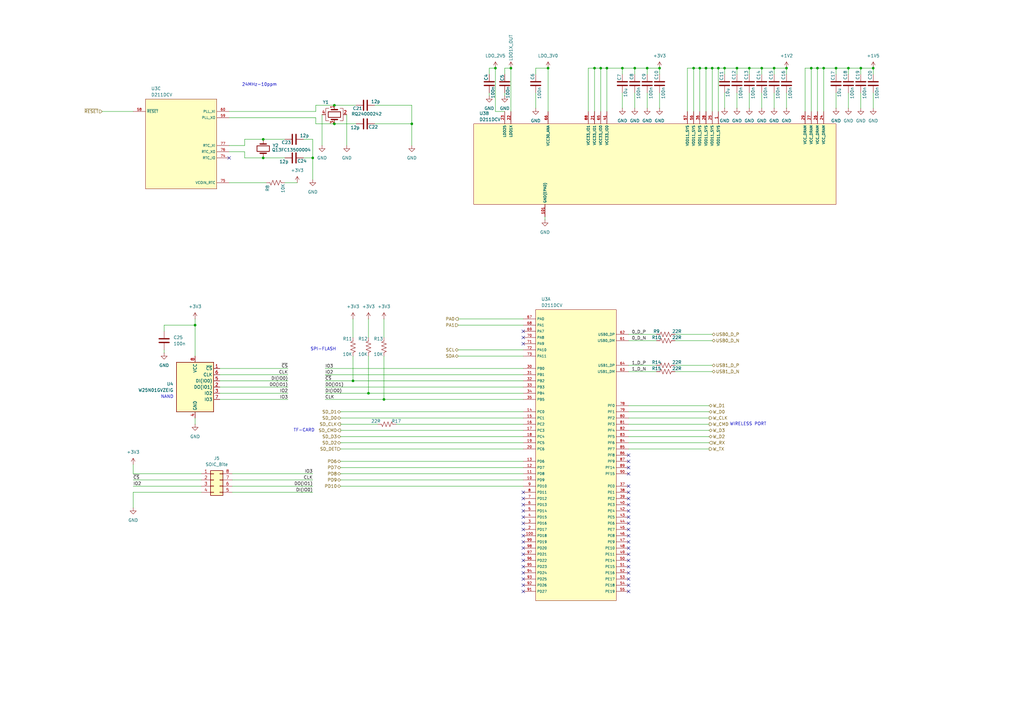
<source format=kicad_sch>
(kicad_sch (version 20231120) (generator "eeschema") (generator_version "8.0")
  (paper "A3")
  (title_block (title "Emergency Linux Computer") (date "2024-11-21") (rev "B"))
  (junction (at 297.18 27.94))
  (junction (at 265.43 27.94))
  (junction (at 248.92 27.94))
  (junction (at 353.06 27.94))
  (junction (at 335.28 27.94))
  (junction (at 246.38 27.94))
  (junction (at 358.14 27.94))
  (junction (at 287.02 27.94))
  (junction (at 294.64 27.94))
  (junction (at 144.78 156.21))
  (junction (at 151.13 161.29))
  (junction (at 312.42 27.94))
  (junction (at 107.95 57.15))
  (junction (at 347.98 27.94))
  (junction (at 260.35 27.94))
  (junction (at 203.2 27.94))
  (junction (at 292.1 27.94))
  (junction (at 137.16 43.18))
  (junction (at 289.56 27.94))
  (junction (at 322.58 27.94))
  (junction (at 107.95 64.77))
  (junction (at 332.74 27.94))
  (junction (at 243.84 27.94))
  (junction (at 168.91 50.8))
  (junction (at 209.55 27.94))
  (junction (at 157.48 163.83))
  (junction (at 302.26 27.94))
  (junction (at 255.27 27.94))
  (junction (at 307.34 27.94))
  (junction (at 80.01 133.35))
  (junction (at 128.27 64.77))
  (junction (at 317.5 27.94))
  (junction (at 224.79 27.94))
  (junction (at 137.16 50.8))
  (junction (at 270.51 27.94))
  (junction (at 284.48 27.94))
  (junction (at 342.9 27.94))
  (junction (at 337.82 27.94))
  (no_connect (at 214.63 204.47))
  (no_connect (at 257.81 224.79))
  (no_connect (at 214.63 214.63))
  (no_connect (at 257.81 232.41))
  (no_connect (at 257.81 212.09))
  (no_connect (at 214.63 140.97))
  (no_connect (at 214.63 209.55))
  (no_connect (at 214.63 227.33))
  (no_connect (at 257.81 199.39))
  (no_connect (at 257.81 209.55))
  (no_connect (at 214.63 207.01))
  (no_connect (at 257.81 207.01))
  (no_connect (at 257.81 204.47))
  (no_connect (at 214.63 138.43))
  (no_connect (at 257.81 186.69))
  (no_connect (at 214.63 201.93))
  (no_connect (at 257.81 191.77))
  (no_connect (at 257.81 227.33))
  (no_connect (at 214.63 237.49))
  (no_connect (at 257.81 237.49))
  (no_connect (at 257.81 214.63))
  (no_connect (at 257.81 219.71))
  (no_connect (at 257.81 234.95))
  (no_connect (at 214.63 217.17))
  (no_connect (at 93.98 64.77))
  (no_connect (at 257.81 229.87))
  (no_connect (at 214.63 222.25))
  (no_connect (at 214.63 212.09))
  (no_connect (at 214.63 242.57))
  (no_connect (at 257.81 242.57))
  (no_connect (at 214.63 135.89))
  (no_connect (at 257.81 217.17))
  (no_connect (at 257.81 201.93))
  (no_connect (at 214.63 219.71))
  (no_connect (at 214.63 224.79))
  (no_connect (at 214.63 240.03))
  (no_connect (at 257.81 189.23))
  (no_connect (at 257.81 222.25))
  (no_connect (at 214.63 232.41))
  (no_connect (at 214.63 229.87))
  (no_connect (at 214.63 234.95))
  (no_connect (at 257.81 240.03))
  (no_connect (at 257.81 194.31))
  (wire (pts (xy 330.2 45.72) (xy 330.2 27.94)))
  (wire (pts (xy 144.78 146.05) (xy 144.78 156.21)))
  (wire (pts (xy 80.01 133.35) (xy 80.01 146.05)))
  (wire (pts (xy 203.2 27.94) (xy 203.2 45.72)))
  (wire (pts (xy 107.95 64.77) (xy 116.84 64.77)))
  (wire (pts (xy 95.25 194.31) (xy 128.27 194.31)))
  (wire (pts (xy 307.34 27.94) (xy 302.26 27.94)))
  (wire (pts (xy 287.02 45.72) (xy 287.02 27.94)))
  (wire (pts (xy 358.14 38.1) (xy 358.14 44.45)))
  (wire (pts (xy 289.56 45.72) (xy 289.56 27.94)))
  (wire (pts (xy 139.7 171.45) (xy 214.63 171.45)))
  (wire (pts (xy 168.91 50.8) (xy 168.91 59.69)))
  (wire (pts (xy 241.3 45.72) (xy 241.3 27.94)))
  (wire (pts (xy 95.25 199.39) (xy 128.27 199.39)))
  (wire (pts (xy 95.25 201.93) (xy 128.27 201.93)))
  (wire (pts (xy 200.66 27.94) (xy 200.66 30.48)))
  (wire (pts (xy 260.35 38.1) (xy 260.35 44.45)))
  (wire (pts (xy 54.61 190.5) (xy 54.61 194.31)))
  (wire (pts (xy 151.13 161.29) (xy 214.63 161.29)))
  (wire (pts (xy 322.58 27.94) (xy 317.5 27.94)))
  (wire (pts (xy 54.61 196.85) (xy 82.55 196.85)))
  (wire (pts (xy 80.01 130.81) (xy 80.01 133.35)))
  (wire (pts (xy 90.17 156.21) (xy 118.11 156.21)))
  (wire (pts (xy 290.83 168.91) (xy 257.81 168.91)))
  (wire (pts (xy 358.14 27.94) (xy 353.06 27.94)))
  (wire (pts (xy 82.55 201.93) (xy 54.61 201.93)))
  (wire (pts (xy 139.7 181.61) (xy 214.63 181.61)))
  (wire (pts (xy 265.43 30.48) (xy 265.43 27.94)))
  (wire (pts (xy 246.38 27.94) (xy 246.38 45.72)))
  (wire (pts (xy 223.52 90.17) (xy 223.52 88.9)))
  (wire (pts (xy 93.98 74.93) (xy 109.22 74.93)))
  (wire (pts (xy 342.9 30.48) (xy 342.9 27.94)))
  (wire (pts (xy 139.7 194.31) (xy 214.63 194.31)))
  (wire (pts (xy 90.17 158.75) (xy 118.11 158.75)))
  (wire (pts (xy 260.35 30.48) (xy 260.35 27.94)))
  (wire (pts (xy 270.51 38.1) (xy 270.51 44.45)))
  (wire (pts (xy 100.33 62.23) (xy 100.33 64.77)))
  (wire (pts (xy 90.17 153.67) (xy 118.11 153.67)))
  (wire (pts (xy 302.26 30.48) (xy 302.26 27.94)))
  (wire (pts (xy 133.35 153.67) (xy 214.63 153.67)))
  (wire (pts (xy 302.26 27.94) (xy 297.18 27.94)))
  (wire (pts (xy 353.06 27.94) (xy 347.98 27.94)))
  (wire (pts (xy 335.28 45.72) (xy 335.28 27.94)))
  (wire (pts (xy 302.26 38.1) (xy 302.26 44.45)))
  (wire (pts (xy 337.82 27.94) (xy 342.9 27.94)))
  (wire (pts (xy 284.48 45.72) (xy 284.48 27.94)))
  (wire (pts (xy 292.1 27.94) (xy 294.64 27.94)))
  (wire (pts (xy 257.81 171.45) (xy 290.83 171.45)))
  (wire (pts (xy 219.71 27.94) (xy 219.71 30.48)))
  (wire (pts (xy 203.2 27.94) (xy 200.66 27.94)))
  (wire (pts (xy 133.35 158.75) (xy 214.63 158.75)))
  (wire (pts (xy 54.61 199.39) (xy 82.55 199.39)))
  (wire (pts (xy 265.43 38.1) (xy 265.43 44.45)))
  (wire (pts (xy 292.1 137.16) (xy 276.86 137.16)))
  (wire (pts (xy 67.31 135.89) (xy 67.31 133.35)))
  (wire (pts (xy 337.82 45.72) (xy 337.82 27.94)))
  (wire (pts (xy 294.64 27.94) (xy 294.64 45.72)))
  (wire (pts (xy 307.34 38.1) (xy 307.34 44.45)))
  (wire (pts (xy 317.5 38.1) (xy 317.5 44.45)))
  (wire (pts (xy 269.24 137.16) (xy 257.81 137.16)))
  (wire (pts (xy 100.33 57.15) (xy 107.95 57.15)))
  (wire (pts (xy 139.7 199.39) (xy 214.63 199.39)))
  (wire (pts (xy 157.48 130.81) (xy 157.48 138.43)))
  (wire (pts (xy 290.83 166.37) (xy 257.81 166.37)))
  (wire (pts (xy 358.14 30.48) (xy 358.14 27.94)))
  (wire (pts (xy 322.58 38.1) (xy 322.58 44.45)))
  (wire (pts (xy 93.98 48.26) (xy 129.54 48.26)))
  (wire (pts (xy 93.98 62.23) (xy 100.33 62.23)))
  (wire (pts (xy 347.98 30.48) (xy 347.98 27.94)))
  (wire (pts (xy 330.2 27.94) (xy 332.74 27.94)))
  (wire (pts (xy 200.66 38.1) (xy 200.66 39.37)))
  (wire (pts (xy 100.33 64.77) (xy 107.95 64.77)))
  (wire (pts (xy 270.51 30.48) (xy 270.51 27.94)))
  (wire (pts (xy 187.96 143.51) (xy 214.63 143.51)))
  (wire (pts (xy 67.31 143.51) (xy 67.31 144.78)))
  (wire (pts (xy 128.27 64.77) (xy 128.27 73.66)))
  (wire (pts (xy 116.84 74.93) (xy 121.92 74.93)))
  (wire (pts (xy 133.35 151.13) (xy 214.63 151.13)))
  (wire (pts (xy 162.56 173.99) (xy 214.63 173.99)))
  (wire (pts (xy 292.1 149.86) (xy 276.86 149.86)))
  (wire (pts (xy 335.28 27.94) (xy 337.82 27.94)))
  (wire (pts (xy 95.25 196.85) (xy 128.27 196.85)))
  (wire (pts (xy 129.54 45.72) (xy 129.54 43.18)))
  (wire (pts (xy 139.7 189.23) (xy 214.63 189.23)))
  (wire (pts (xy 129.54 48.26) (xy 129.54 50.8)))
  (wire (pts (xy 93.98 59.69) (xy 100.33 59.69)))
  (wire (pts (xy 137.16 43.18) (xy 146.05 43.18)))
  (wire (pts (xy 153.67 50.8) (xy 168.91 50.8)))
  (wire (pts (xy 224.79 27.94) (xy 224.79 45.72)))
  (wire (pts (xy 255.27 38.1) (xy 255.27 44.45)))
  (wire (pts (xy 353.06 38.1) (xy 353.06 44.45)))
  (wire (pts (xy 139.7 184.15) (xy 214.63 184.15)))
  (wire (pts (xy 290.83 181.61) (xy 257.81 181.61)))
  (wire (pts (xy 203.2 45.72) (xy 207.01 45.72)))
  (wire (pts (xy 248.92 27.94) (xy 248.92 45.72)))
  (wire (pts (xy 144.78 156.21) (xy 214.63 156.21)))
  (wire (pts (xy 100.33 59.69) (xy 100.33 57.15)))
  (wire (pts (xy 67.31 133.35) (xy 80.01 133.35)))
  (wire (pts (xy 290.83 184.15) (xy 257.81 184.15)))
  (wire (pts (xy 269.24 139.7) (xy 257.81 139.7)))
  (wire (pts (xy 312.42 27.94) (xy 307.34 27.94)))
  (wire (pts (xy 269.24 149.86) (xy 257.81 149.86)))
  (wire (pts (xy 243.84 27.94) (xy 246.38 27.94)))
  (wire (pts (xy 207.01 27.94) (xy 207.01 30.48)))
  (wire (pts (xy 241.3 27.94) (xy 243.84 27.94)))
  (wire (pts (xy 265.43 27.94) (xy 260.35 27.94)))
  (wire (pts (xy 342.9 38.1) (xy 342.9 44.45)))
  (wire (pts (xy 139.7 191.77) (xy 214.63 191.77)))
  (wire (pts (xy 353.06 30.48) (xy 353.06 27.94)))
  (wire (pts (xy 151.13 146.05) (xy 151.13 161.29)))
  (wire (pts (xy 224.79 27.94) (xy 219.71 27.94)))
  (wire (pts (xy 128.27 57.15) (xy 128.27 64.77)))
  (wire (pts (xy 307.34 30.48) (xy 307.34 27.94)))
  (wire (pts (xy 153.67 43.18) (xy 168.91 43.18)))
  (wire (pts (xy 139.7 196.85) (xy 214.63 196.85)))
  (wire (pts (xy 137.16 50.8) (xy 146.05 50.8)))
  (wire (pts (xy 132.08 46.99) (xy 132.08 59.69)))
  (wire (pts (xy 209.55 27.94) (xy 207.01 27.94)))
  (wire (pts (xy 139.7 176.53) (xy 214.63 176.53)))
  (wire (pts (xy 209.55 27.94) (xy 209.55 45.72)))
  (wire (pts (xy 260.35 27.94) (xy 255.27 27.94)))
  (wire (pts (xy 90.17 151.13) (xy 118.11 151.13)))
  (wire (pts (xy 133.35 161.29) (xy 151.13 161.29)))
  (wire (pts (xy 322.58 30.48) (xy 322.58 27.94)))
  (wire (pts (xy 41.91 45.72) (xy 54.61 45.72)))
  (wire (pts (xy 347.98 38.1) (xy 347.98 44.45)))
  (wire (pts (xy 187.96 146.05) (xy 214.63 146.05)))
  (wire (pts (xy 246.38 27.94) (xy 248.92 27.94)))
  (wire (pts (xy 129.54 43.18) (xy 137.16 43.18)))
  (wire (pts (xy 187.96 130.81) (xy 214.63 130.81)))
  (wire (pts (xy 168.91 43.18) (xy 168.91 50.8)))
  (wire (pts (xy 297.18 38.1) (xy 297.18 44.45)))
  (wire (pts (xy 157.48 163.83) (xy 214.63 163.83)))
  (wire (pts (xy 312.42 38.1) (xy 312.42 44.45)))
  (wire (pts (xy 297.18 30.48) (xy 297.18 27.94)))
  (wire (pts (xy 292.1 139.7) (xy 276.86 139.7)))
  (wire (pts (xy 139.7 168.91) (xy 214.63 168.91)))
  (wire (pts (xy 129.54 50.8) (xy 137.16 50.8)))
  (wire (pts (xy 151.13 130.81) (xy 151.13 138.43)))
  (wire (pts (xy 93.98 45.72) (xy 129.54 45.72)))
  (wire (pts (xy 124.46 57.15) (xy 128.27 57.15)))
  (wire (pts (xy 284.48 27.94) (xy 287.02 27.94)))
  (wire (pts (xy 289.56 27.94) (xy 292.1 27.94)))
  (wire (pts (xy 290.83 179.07) (xy 257.81 179.07)))
  (wire (pts (xy 124.46 64.77) (xy 128.27 64.77)))
  (wire (pts (xy 80.01 171.45) (xy 80.01 173.99)))
  (wire (pts (xy 142.24 46.99) (xy 142.24 59.69)))
  (wire (pts (xy 219.71 38.1) (xy 219.71 44.45)))
  (wire (pts (xy 133.35 163.83) (xy 157.48 163.83)))
  (wire (pts (xy 139.7 173.99) (xy 154.94 173.99)))
  (wire (pts (xy 312.42 27.94) (xy 317.5 27.94)))
  (wire (pts (xy 133.35 156.21) (xy 144.78 156.21)))
  (wire (pts (xy 207.01 38.1) (xy 207.01 39.37)))
  (wire (pts (xy 54.61 194.31) (xy 82.55 194.31)))
  (wire (pts (xy 281.94 27.94) (xy 284.48 27.94)))
  (wire (pts (xy 290.83 173.99) (xy 257.81 173.99)))
  (wire (pts (xy 144.78 130.81) (xy 144.78 138.43)))
  (wire (pts (xy 312.42 30.48) (xy 312.42 27.94)))
  (wire (pts (xy 281.94 45.72) (xy 281.94 27.94)))
  (wire (pts (xy 332.74 27.94) (xy 335.28 27.94)))
  (wire (pts (xy 287.02 27.94) (xy 289.56 27.94)))
  (wire (pts (xy 269.24 152.4) (xy 257.81 152.4)))
  (wire (pts (xy 90.17 163.83) (xy 118.11 163.83)))
  (wire (pts (xy 332.74 45.72) (xy 332.74 27.94)))
  (wire (pts (xy 347.98 27.94) (xy 342.9 27.94)))
  (wire (pts (xy 243.84 45.72) (xy 243.84 27.94)))
  (wire (pts (xy 290.83 176.53) (xy 257.81 176.53)))
  (wire (pts (xy 255.27 30.48) (xy 255.27 27.94)))
  (wire (pts (xy 107.95 57.15) (xy 116.84 57.15)))
  (wire (pts (xy 139.7 179.07) (xy 214.63 179.07)))
  (wire (pts (xy 317.5 30.48) (xy 317.5 27.94)))
  (wire (pts (xy 157.48 146.05) (xy 157.48 163.83)))
  (wire (pts (xy 54.61 201.93) (xy 54.61 208.28)))
  (wire (pts (xy 294.64 27.94) (xy 297.18 27.94)))
  (wire (pts (xy 255.27 27.94) (xy 248.92 27.94)))
  (wire (pts (xy 292.1 45.72) (xy 292.1 27.94)))
  (wire (pts (xy 270.51 27.94) (xy 265.43 27.94)))
  (wire (pts (xy 90.17 161.29) (xy 118.11 161.29)))
  (wire (pts (xy 187.96 133.35) (xy 214.63 133.35)))
  (wire (pts (xy 292.1 152.4) (xy 276.86 152.4)))
  (text "24MHz-10ppm\n" (at 106.426 34.798 0) (effects (font (size 1.27 1.27))))
  (text "SPI-FLASH" (at 132.588 143.256 0) (effects (font (size 1.27 1.27))))
  (text "WIRELESS PORT" (at 306.832 173.99 0) (effects (font (size 1.27 1.27))))
  (text "NAND" (at 68.58 162.814 0) (effects (font (size 1.27 1.27))))
  (text "TF-CARD" (at 124.714 176.53 0) (effects (font (size 1.27 1.27))))
  (label "CLK" (at 118.11 153.67 180))
  (label "~{CS}" (at 118.11 151.13 180))
  (label "IO3" (at 128.27 194.31 180))
  (label "DI(IO0)" (at 133.35 161.29 0))
  (label "DI(IO0)" (at 128.27 201.93 180))
  (label "IO2" (at 133.35 153.67 0))
  (label "0_D_P" (at 259.08 137.16 0))
  (label "DO(IO1)" (at 128.27 199.39 180))
  (label "~{CS}" (at 54.61 196.85 0))
  (label "DI(IO0)" (at 118.11 156.21 180))
  (label "CLK" (at 133.35 163.83 0))
  (label "1_D_P" (at 259.08 149.86 0))
  (label "DO(IO1)" (at 133.35 158.75 0))
  (label "IO2" (at 54.61 199.39 0))
  (label "DO(IO1)" (at 118.11 158.75 180))
  (label "0_D_N" (at 259.08 139.7 0))
  (label "CLK" (at 128.27 196.85 180))
  (label "1_D_N" (at 259.08 152.4 0))
  (label "~{CS}" (at 133.35 156.21 0))
  (label "IO3" (at 133.35 151.13 0))
  (label "IO3" (at 118.11 163.83 180))
  (label "IO2" (at 118.11 161.29 180))
  (hierarchical_label "SD_CMD" (shape output) (at 139.7 176.53 180))
  (hierarchical_label "SCL" (shape bidirectional) (at 187.96 143.51 180))
  (hierarchical_label "W_D0" (shape bidirectional) (at 290.83 168.91 0))
  (hierarchical_label "W_D2" (shape bidirectional) (at 290.83 179.07 0))
  (hierarchical_label "W_RX" (shape input) (at 290.83 181.61 0))
  (hierarchical_label "USB1_D_N" (shape bidirectional) (at 292.1 152.4 0))
  (hierarchical_label "PD7" (shape bidirectional) (at 139.7 191.77 180))
  (hierarchical_label "USB1_D_P" (shape bidirectional) (at 292.1 149.86 0))
  (hierarchical_label "PD9" (shape bidirectional) (at 139.7 196.85 180))
  (hierarchical_label "PA1" (shape input) (at 187.96 133.35 180))
  (hierarchical_label "PA0" (shape output) (at 187.96 130.81 180))
  (hierarchical_label "USB0_D_P" (shape bidirectional) (at 292.1 137.16 0))
  (hierarchical_label "W_D3" (shape bidirectional) (at 290.83 176.53 0))
  (hierarchical_label "SDA" (shape bidirectional) (at 187.96 146.05 180))
  (hierarchical_label "PD8" (shape bidirectional) (at 139.7 194.31 180))
  (hierarchical_label "W_CMD" (shape output) (at 290.83 173.99 0))
  (hierarchical_label "SD_DET" (shape input) (at 139.7 184.15 180))
  (hierarchical_label "USB0_D_N" (shape bidirectional) (at 292.1 139.7 0))
  (hierarchical_label "W_CLK" (shape output) (at 290.83 171.45 0))
  (hierarchical_label "SD_D0" (shape bidirectional) (at 139.7 171.45 180))
  (hierarchical_label "SD_D2" (shape bidirectional) (at 139.7 181.61 180))
  (hierarchical_label "PD6" (shape bidirectional) (at 139.7 189.23 180))
  (hierarchical_label "W_D1" (shape bidirectional) (at 290.83 166.37 0))
  (hierarchical_label "W_TX" (shape output) (at 290.83 184.15 0))
  (hierarchical_label "SD_CLK" (shape output) (at 139.7 173.99 180))
  (hierarchical_label "SD_D3" (shape bidirectional) (at 139.7 179.07 180))
  (hierarchical_label "SD_D1" (shape bidirectional) (at 139.7 168.91 180))
  (hierarchical_label "PD10" (shape bidirectional) (at 139.7 199.39 180))
  (hierarchical_label "~{RESET}" (shape input) (at 41.91 45.72 180))
  (symbol (lib_id "Device:C") (at 317.5 34.29 0) (unit 1)
    (property "Reference" "C15" (at 316.23 32.766 90) (effects (justify left)))
    (property "Value" "100n" (at 319.024 40.64 90) (effects (justify left)))
    (property "Footprint" "Capacitor_SMD:C_0201_0603Metric" (effects (hide yes)))
    (property "Description" "Unpolarized capacitor" (effects (hide yes)))
  )
  (symbol (lib_id "Device:C") (at 207.01 34.29 0) (unit 1)
    (property "Reference" "C5" (at 205.994 33.274 90) (effects (justify left)))
    (property "Value" "100n" (at 208.28 40.386 90) (effects (justify left)))
    (property "Footprint" "Capacitor_SMD:C_0201_0603Metric" (effects (hide yes)))
    (property "Description" "Unpolarized capacitor" (effects (hide yes)))
  )
  (symbol (lib_id "power:+3V3") (at 121.92 74.93 0) (unit 1)
    (property "Reference" "#PWR061" (effects (hide yes)))
    (property "Value" "+3V3" (at 121.92 69.85 0))
    (property "Description" "Power symbol creates a global label with name \"+3V3\"" (effects (hide yes)))
  )
  (symbol (lib_id "power:GND") (at 255.27 44.45 0) (unit 1)
    (property "Reference" "#PWR043" (effects (hide yes)))
    (property "Value" "GND" (at 255.27 49.53 0))
    (property "Description" "Power symbol creates a global label with name \"GND\" , ground" (effects (hide yes)))
  )
  (symbol (lib_id "Device:C") (at 312.42 34.29 0) (unit 1)
    (property "Reference" "C14" (at 311.15 32.766 90) (effects (justify left)))
    (property "Value" "100n" (at 313.944 40.64 90) (effects (justify left)))
    (property "Footprint" "Capacitor_SMD:C_0201_0603Metric" (effects (hide yes)))
    (property "Description" "Unpolarized capacitor" (effects (hide yes)))
  )
  (symbol (lib_id "power:GND") (at 168.91 59.69 0) (unit 1)
    (property "Reference" "#PWR059" (effects (hide yes)))
    (property "Value" "GND" (at 168.91 64.77 0))
    (property "Description" "Power symbol creates a global label with name \"GND\" , ground" (effects (hide yes)))
  )
  (symbol (lib_id "Device:C") (at 260.35 34.29 0) (unit 1)
    (property "Reference" "C8" (at 259.08 32.766 90) (effects (justify left)))
    (property "Value" "100n" (at 261.874 40.64 90) (effects (justify left)))
    (property "Footprint" "Capacitor_SMD:C_0201_0603Metric" (effects (hide yes)))
    (property "Description" "Unpolarized capacitor" (effects (hide yes)))
  )
  (symbol (lib_id "power:GND") (at 54.61 208.28 0) (unit 1)
    (property "Reference" "#PWR070" (effects (hide yes)))
    (property "Value" "GND" (at 54.61 213.36 0))
    (property "Description" "Power symbol creates a global label with name \"GND\" , ground" (effects (hide yes)))
  )
  (symbol (lib_id "Device:R_US") (at 144.78 142.24 0) (mirror y) (unit 1)
    (property "Reference" "R11" (at 142.494 138.938 0))
    (property "Value" "10K" (at 142.494 145.288 0))
    (property "Footprint" "Resistor_SMD:R_0201_0603Metric" (effects (hide yes)))
    (property "Description" "Resistor, US symbol" (effects (hide yes)))
  )
  (symbol (lib_id "power:+3V3") (at 54.61 190.5 0) (unit 1)
    (property "Reference" "#PWR069" (effects (hide yes)))
    (property "Value" "+3V3" (at 54.61 185.42 0))
    (property "Description" "Power symbol creates a global label with name \"+3V3\"" (effects (hide yes)))
  )
  (symbol (lib_id "power:GND") (at 260.35 44.45 0) (unit 1)
    (property "Reference" "#PWR044" (effects (hide yes)))
    (property "Value" "GND" (at 260.35 49.53 0))
    (property "Description" "Power symbol creates a global label with name \"GND\" , ground" (effects (hide yes)))
  )
  (symbol (lib_id "power:GND") (at 307.34 44.45 0) (unit 1)
    (property "Reference" "#PWR049" (effects (hide yes)))
    (property "Value" "GND" (at 307.34 49.53 0))
    (property "Description" "Power symbol creates a global label with name \"GND\" , ground" (effects (hide yes)))
  )
  (symbol (lib_id "Device:C") (at 120.65 64.77 270) (mirror x) (unit 1)
    (property "Reference" "C24" (at 121.92 66.04 90) (effects (justify left)))
    (property "Value" "12p" (at 114.554 66.294 90) (effects (justify left)))
    (property "Footprint" "Capacitor_SMD:C_0201_0603Metric" (effects (hide yes)))
    (property "Description" "Unpolarized capacitor" (effects (hide yes)))
  )
  (symbol (lib_id "Device:C") (at 219.71 34.29 0) (unit 1)
    (property "Reference" "C6" (at 218.44 32.766 90) (effects (justify left)))
    (property "Value" "100n" (at 221.234 40.64 90) (effects (justify left)))
    (property "Footprint" "Capacitor_SMD:C_0201_0603Metric" (effects (hide yes)))
    (property "Description" "Unpolarized capacitor" (effects (hide yes)))
  )
  (symbol (lib_id "Device:R_US") (at 273.05 152.4 90) (unit 1)
    (property "Reference" "R15" (at 269.24 151.13 90))
    (property "Value" "22R" (at 277.622 151.13 90))
    (property "Footprint" "Resistor_SMD:R_0201_0603Metric" (effects (hide yes)))
    (property "Description" "Resistor, US symbol" (effects (hide yes)))
  )
  (symbol (lib_id "power:+1V5") (at 358.14 27.94 0) (unit 1)
    (property "Reference" "#PWR039" (effects (hide yes)))
    (property "Value" "+1V5" (at 358.14 22.86 0))
    (property "Description" "Power symbol creates a global label with name \"+1V5\"" (effects (hide yes)))
  )
  (symbol (lib_id "Device:C") (at 149.86 50.8 270) (mirror x) (unit 1)
    (property "Reference" "C22" (at 151.13 52.07 90) (effects (justify left)))
    (property "Value" "12p" (at 143.764 52.324 90) (effects (justify left)))
    (property "Footprint" "Capacitor_SMD:C_0201_0603Metric" (effects (hide yes)))
    (property "Description" "Unpolarized capacitor" (effects (hide yes)))
  )
  (symbol (lib_id "Device:Crystal_GND24") (at 137.16 46.99 270) (unit 1)
    (property "Reference" "Y1" (at 133.604 41.91 90))
    (property "Value" "RQ24000242" (at 150.368 46.736 90))
    (property "Footprint" "Crystal:Crystal_SMD_2520-4Pin_2.5x2.0mm" (effects (hide yes)))
    (property "Description" "Four pin crystal, GND on pins 2 and 4" (effects (hide yes)))
  )
  (symbol (lib_id "power:GND") (at 358.14 44.45 0) (unit 1)
    (property "Reference" "#PWR056" (effects (hide yes)))
    (property "Value" "GND" (at 358.14 49.53 0))
    (property "Description" "Power symbol creates a global label with name \"GND\" , ground" (effects (hide yes)))
  )
  (symbol (lib_id "power:GND") (at 132.08 59.69 0) (unit 1)
    (property "Reference" "#PWR057" (effects (hide yes)))
    (property "Value" "GND" (at 132.08 64.77 0))
    (property "Description" "Power symbol creates a global label with name \"GND\" , ground" (effects (hide yes)))
  )
  (symbol (lib_id "Device:R_US") (at 151.13 142.24 0) (mirror y) (unit 1)
    (property "Reference" "R12" (at 148.844 138.938 0))
    (property "Value" "10K" (at 148.844 145.288 0))
    (property "Footprint" "Resistor_SMD:R_0201_0603Metric" (effects (hide yes)))
    (property "Description" "Resistor, US symbol" (effects (hide yes)))
  )
  (symbol (lib_id "Device:R_US") (at 158.75 173.99 270) (mirror x) (unit 1)
    (property "Reference" "R17" (at 162.56 172.72 90))
    (property "Value" "22R" (at 154.178 172.72 90))
    (property "Footprint" "Resistor_SMD:R_0201_0603Metric" (effects (hide yes)))
    (property "Description" "Resistor, US symbol" (effects (hide yes)))
  )
  (symbol (lib_id "Device:C") (at 322.58 34.29 0) (unit 1)
    (property "Reference" "C16" (at 321.31 32.766 90) (effects (justify left)))
    (property "Value" "100n" (at 324.104 40.64 90) (effects (justify left)))
    (property "Footprint" "Capacitor_SMD:C_0201_0603Metric" (effects (hide yes)))
    (property "Description" "Unpolarized capacitor" (effects (hide yes)))
  )
  (symbol (lib_id "Device:C") (at 200.66 34.29 0) (unit 1)
    (property "Reference" "C4" (at 199.39 33.02 90) (effects (justify left)))
    (property "Value" "100n" (at 202.184 40.386 90) (effects (justify left)))
    (property "Footprint" "Capacitor_SMD:C_0201_0603Metric" (effects (hide yes)))
    (property "Description" "Unpolarized capacitor" (effects (hide yes)))
  )
  (symbol (lib_id "power:GND") (at 322.58 44.45 0) (unit 1)
    (property "Reference" "#PWR052" (effects (hide yes)))
    (property "Value" "GND" (at 322.58 49.53 0))
    (property "Description" "Power symbol creates a global label with name \"GND\" , ground" (effects (hide yes)))
  )
  (symbol (lib_name "D211DCV_2") (lib_id "Artinchip:D211DCV") (at 219.71 127 0) (unit 1)
    (property "Reference" "U3" (at 221.996 122.682 0) (effects (justify left)))
    (property "Value" "D211DCV" (at 221.996 125.222 0) (effects (justify left)))
    (property "Footprint" "Package_DFN_QFN:ArtInChip_QFN-100-1EP_12x12mm_P0.4mm_EP7.4x7.4mm" (effects (hide yes)))
    (property "Datasheet" "https://wmsc.lcsc.com/wmsc/upload/file/pdf/v2/lcsc/2403260435_Artinchip-D211DCV_C19268970.pdf" (effects (hide yes)))
  )
  (symbol (lib_id "power:GND") (at 317.5 44.45 0) (unit 1)
    (property "Reference" "#PWR051" (effects (hide yes)))
    (property "Value" "GND" (at 317.5 49.53 0))
    (property "Description" "Power symbol creates a global label with name \"GND\" , ground" (effects (hide yes)))
  )
  (symbol (lib_id "Device:R_US") (at 273.05 149.86 90) (unit 1)
    (property "Reference" "R14" (at 269.24 148.59 90))
    (property "Value" "22R" (at 277.622 148.59 90))
    (property "Footprint" "Resistor_SMD:R_0201_0603Metric" (effects (hide yes)))
    (property "Description" "Resistor, US symbol" (effects (hide yes)))
  )
  (symbol (lib_id "Device:R_US") (at 157.48 142.24 0) (mirror y) (unit 1)
    (property "Reference" "R13" (at 155.194 138.938 0))
    (property "Value" "10K" (at 155.194 145.288 0))
    (property "Footprint" "Resistor_SMD:R_0201_0603Metric" (effects (hide yes)))
    (property "Description" "Resistor, US symbol" (effects (hide yes)))
  )
  (symbol (lib_id "power:GND") (at 347.98 44.45 0) (unit 1)
    (property "Reference" "#PWR054" (effects (hide yes)))
    (property "Value" "GND" (at 347.98 49.53 0))
    (property "Description" "Power symbol creates a global label with name \"GND\" , ground" (effects (hide yes)))
  )
  (symbol (lib_id "power:GND") (at 67.31 144.78 0) (unit 1)
    (property "Reference" "#PWR067" (effects (hide yes)))
    (property "Value" "GND" (at 67.31 149.86 0))
    (property "Description" "Power symbol creates a global label with name \"GND\" , ground" (effects (hide yes)))
  )
  (symbol (lib_id "power:GND") (at 297.18 44.45 0) (unit 1)
    (property "Reference" "#PWR047" (effects (hide yes)))
    (property "Value" "GND" (at 297.18 49.53 0))
    (property "Description" "Power symbol creates a global label with name \"GND\" , ground" (effects (hide yes)))
  )
  (symbol (lib_id "power:VBUS") (at 224.79 27.94 0) (unit 1)
    (property "Reference" "#PWR036" (effects (hide yes)))
    (property "Value" "LDO_3V0" (at 224.79 22.86 0))
    (property "Description" "Power symbol creates a global label with name \"VBUS\"" (effects (hide yes)))
  )
  (symbol (lib_id "power:+3V3") (at 80.01 130.81 0) (unit 1)
    (property "Reference" "#PWR063" (effects (hide yes)))
    (property "Value" "+3V3" (at 80.01 125.73 0))
    (property "Description" "Power symbol creates a global label with name \"+3V3\"" (effects (hide yes)))
  )
  (symbol (lib_id "power:GND") (at 353.06 44.45 0) (unit 1)
    (property "Reference" "#PWR055" (effects (hide yes)))
    (property "Value" "GND" (at 353.06 49.53 0))
    (property "Description" "Power symbol creates a global label with name \"GND\" , ground" (effects (hide yes)))
  )
  (symbol (lib_id "Device:R_US") (at 273.05 139.7 90) (unit 1)
    (property "Reference" "R10" (at 269.24 138.43 90))
    (property "Value" "22R" (at 277.622 138.43 90))
    (property "Footprint" "Resistor_SMD:R_0201_0603Metric" (effects (hide yes)))
    (property "Description" "Resistor, US symbol" (effects (hide yes)))
  )
  (symbol (lib_id "Device:Crystal") (at 107.95 60.96 90) (unit 1)
    (property "Reference" "Y2" (at 111.76 59.6899 90) (effects (justify right)))
    (property "Value" "Q13FC13500004" (at 111.506 61.468 90) (effects (justify right)))
    (property "Footprint" "Crystal:Crystal_SMD_3215-2Pin_3.2x1.5mm" (effects (hide yes)))
    (property "Datasheet" "https://www.lcsc.com/datasheet/lcsc_datasheet_2404180925_Seiko-Epson-Q13FC13500004_C32346.pdf" (effects (hide yes)))
    (property "Description" "Two pin crystal" (effects (hide yes)))
  )
  (symbol (lib_id "Device:C") (at 302.26 34.29 0) (unit 1)
    (property "Reference" "C12" (at 300.99 32.766 90) (effects (justify left)))
    (property "Value" "100n" (at 303.784 40.64 90) (effects (justify left)))
    (property "Footprint" "Capacitor_SMD:C_0201_0603Metric" (effects (hide yes)))
    (property "Description" "Unpolarized capacitor" (effects (hide yes)))
  )
  (symbol (lib_id "Device:C") (at 255.27 34.29 0) (unit 1)
    (property "Reference" "C7" (at 254 33.02 90) (effects (justify left)))
    (property "Value" "10u" (at 256.54 39.878 90) (effects (justify left)))
    (property "Footprint" "Capacitor_SMD:C_0603_1608Metric" (effects (hide yes)))
    (property "Description" "Unpolarized capacitor" (effects (hide yes)))
  )
  (symbol (lib_id "Connector_Generic:Conn_02x04_Counter_Clockwise") (at 87.63 196.85 0) (unit 1)
    (property "Reference" "J5" (at 88.9 187.96 0))
    (property "Value" "SOIC_Bite" (at 88.9 190.5 0))
    (property "Footprint" "SOICBite:SOIC_clipProgSmall" (effects (hide yes)))
    (property "Description" "Generic connector, double row, 02x04, counter clockwise pin numbering scheme (similar to DIP package numbering), script generated (kicad-library-utils/schlib/autogen/connector/)" (effects (hide yes)))
  )
  (symbol (lib_id "power:GND") (at 265.43 44.45 0) (unit 1)
    (property "Reference" "#PWR045" (effects (hide yes)))
    (property "Value" "GND" (at 265.43 49.53 0))
    (property "Description" "Power symbol creates a global label with name \"GND\" , ground" (effects (hide yes)))
  )
  (symbol (lib_id "Device:C") (at 149.86 43.18 90) (unit 1)
    (property "Reference" "C21" (at 148.59 44.45 90) (effects (justify left)))
    (property "Value" "12p" (at 155.956 41.656 90) (effects (justify left)))
    (property "Footprint" "Capacitor_SMD:C_0201_0603Metric" (effects (hide yes)))
    (property "Description" "Unpolarized capacitor" (effects (hide yes)))
  )
  (symbol (lib_id "power:VBUS") (at 209.55 27.94 0) (unit 1)
    (property "Reference" "#PWR035" (effects (hide yes)))
    (property "Value" "LDO1X_OUT" (at 209.55 19.558 90))
    (property "Description" "Power symbol creates a global label with name \"VBUS\"" (effects (hide yes)))
  )
  (symbol (lib_id "power:+1V2") (at 322.58 27.94 0) (unit 1)
    (property "Reference" "#PWR038" (effects (hide yes)))
    (property "Value" "+1V2" (at 322.58 22.86 0))
    (property "Description" "Power symbol creates a global label with name \"+1V2\"" (effects (hide yes)))
  )
  (symbol (lib_id "Artinchip:D211DCV") (at 59.69 40.64 0) (unit 3)
    (property "Reference" "U3" (at 61.976 36.322 0) (effects (justify left)))
    (property "Value" "D211DCV" (at 61.976 38.862 0) (effects (justify left)))
    (property "Footprint" "Package_DFN_QFN:ArtInChip_QFN-100-1EP_12x12mm_P0.4mm_EP7.4x7.4mm" (effects (hide yes)))
    (property "Datasheet" "https://wmsc.lcsc.com/wmsc/upload/file/pdf/v2/lcsc/2403260435_Artinchip-D211DCV_C19268970.pdf" (effects (hide yes)))
  )
  (symbol (lib_id "Device:C") (at 307.34 34.29 0) (unit 1)
    (property "Reference" "C13" (at 306.07 32.766 90) (effects (justify left)))
    (property "Value" "100n" (at 308.864 40.64 90) (effects (justify left)))
    (property "Footprint" "Capacitor_SMD:C_0201_0603Metric" (effects (hide yes)))
    (property "Description" "Unpolarized capacitor" (effects (hide yes)))
  )
  (symbol (lib_id "Device:R_US") (at 273.05 137.16 90) (unit 1)
    (property "Reference" "R9" (at 269.24 135.89 90))
    (property "Value" "22R" (at 277.622 135.89 90))
    (property "Footprint" "Resistor_SMD:R_0201_0603Metric" (effects (hide yes)))
    (property "Description" "Resistor, US symbol" (effects (hide yes)))
  )
  (symbol (lib_id "power:+3V3") (at 270.51 27.94 0) (unit 1)
    (property "Reference" "#PWR037" (effects (hide yes)))
    (property "Value" "+3V3" (at 270.51 22.86 0))
    (property "Description" "Power symbol creates a global label with name \"+3V3\"" (effects (hide yes)))
  )
  (symbol (lib_id "Device:R_US") (at 113.03 74.93 90) (mirror x) (unit 1)
    (property "Reference" "R8" (at 109.728 77.216 0))
    (property "Value" "10K" (at 116.078 77.216 0))
    (property "Footprint" "Resistor_SMD:R_0201_0603Metric" (effects (hide yes)))
    (property "Description" "Resistor, US symbol" (effects (hide yes)))
  )
  (symbol (lib_id "Device:C") (at 270.51 34.29 0) (unit 1)
    (property "Reference" "C10" (at 269.24 32.766 90) (effects (justify left)))
    (property "Value" "100n" (at 272.034 40.64 90) (effects (justify left)))
    (property "Footprint" "Capacitor_SMD:C_0201_0603Metric" (effects (hide yes)))
    (property "Description" "Unpolarized capacitor" (effects (hide yes)))
  )
  (symbol (lib_id "Device:C") (at 265.43 34.29 0) (unit 1)
    (property "Reference" "C9" (at 264.16 32.766 90) (effects (justify left)))
    (property "Value" "100n" (at 266.954 40.64 90) (effects (justify left)))
    (property "Footprint" "Capacitor_SMD:C_0201_0603Metric" (effects (hide yes)))
    (property "Description" "Unpolarized capacitor" (effects (hide yes)))
  )
  (symbol (lib_id "power:GND") (at 207.01 39.37 0) (unit 1)
    (property "Reference" "#PWR041" (effects (hide yes)))
    (property "Value" "GND" (at 207.01 44.45 0))
    (property "Description" "Power symbol creates a global label with name \"GND\" , ground" (effects (hide yes)))
  )
  (symbol (lib_id "power:+3V3") (at 157.48 130.81 0) (unit 1)
    (property "Reference" "#PWR066" (effects (hide yes)))
    (property "Value" "+3V3" (at 157.48 125.73 0))
    (property "Description" "Power symbol creates a global label with name \"+3V3\"" (effects (hide yes)))
  )
  (symbol (lib_id "Device:C") (at 347.98 34.29 0) (unit 1)
    (property "Reference" "C18" (at 346.71 32.766 90) (effects (justify left)))
    (property "Value" "100n" (at 349.504 40.64 90) (effects (justify left)))
    (property "Footprint" "Capacitor_SMD:C_0201_0603Metric" (effects (hide yes)))
    (property "Description" "Unpolarized capacitor" (effects (hide yes)))
  )
  (symbol (lib_id "Device:C") (at 342.9 34.29 0) (unit 1)
    (property "Reference" "C17" (at 341.63 33.02 90) (effects (justify left)))
    (property "Value" "10u" (at 344.17 39.878 90) (effects (justify left)))
    (property "Footprint" "Capacitor_SMD:C_0603_1608Metric" (effects (hide yes)))
    (property "Description" "Unpolarized capacitor" (effects (hide yes)))
  )
  (symbol (lib_id "power:GND") (at 302.26 44.45 0) (unit 1)
    (property "Reference" "#PWR048" (effects (hide yes)))
    (property "Value" "GND" (at 302.26 49.53 0))
    (property "Description" "Power symbol creates a global label with name \"GND\" , ground" (effects (hide yes)))
  )
  (symbol (lib_id "power:VBUS") (at 203.2 27.94 0) (unit 1)
    (property "Reference" "#PWR034" (effects (hide yes)))
    (property "Value" "LDO_2V5" (at 203.2 22.86 0))
    (property "Description" "Power symbol creates a global label with name \"VBUS\"" (effects (hide yes)))
  )
  (symbol (lib_id "power:+3V3") (at 151.13 130.81 0) (unit 1)
    (property "Reference" "#PWR065" (effects (hide yes)))
    (property "Value" "+3V3" (at 151.13 125.73 0))
    (property "Description" "Power symbol creates a global label with name \"+3V3\"" (effects (hide yes)))
  )
  (symbol (lib_id "power:GND") (at 312.42 44.45 0) (unit 1)
    (property "Reference" "#PWR050" (effects (hide yes)))
    (property "Value" "GND" (at 312.42 49.53 0))
    (property "Description" "Power symbol creates a global label with name \"GND\" , ground" (effects (hide yes)))
  )
  (symbol (lib_id "power:GND") (at 270.51 44.45 0) (unit 1)
    (property "Reference" "#PWR046" (effects (hide yes)))
    (property "Value" "GND" (at 270.51 49.53 0))
    (property "Description" "Power symbol creates a global label with name \"GND\" , ground" (effects (hide yes)))
  )
  (symbol (lib_id "power:GND") (at 128.27 73.66 0) (unit 1)
    (property "Reference" "#PWR060" (effects (hide yes)))
    (property "Value" "GND" (at 128.27 78.74 0))
    (property "Description" "Power symbol creates a global label with name \"GND\" , ground" (effects (hide yes)))
  )
  (symbol (lib_id "power:GND") (at 80.01 173.99 0) (unit 1)
    (property "Reference" "#PWR068" (effects (hide yes)))
    (property "Value" "GND" (at 80.01 179.07 0))
    (property "Description" "Power symbol creates a global label with name \"GND\" , ground" (effects (hide yes)))
  )
  (symbol (lib_id "Device:C") (at 297.18 34.29 0) (unit 1)
    (property "Reference" "C11" (at 295.91 33.02 90) (effects (justify left)))
    (property "Value" "10u" (at 298.45 39.878 90) (effects (justify left)))
    (property "Footprint" "Capacitor_SMD:C_0603_1608Metric" (effects (hide yes)))
    (property "Description" "Unpolarized capacitor" (effects (hide yes)))
  )
  (symbol (lib_id "power:GND") (at 200.66 39.37 0) (unit 1)
    (property "Reference" "#PWR040" (effects (hide yes)))
    (property "Value" "GND" (at 200.66 44.45 0))
    (property "Description" "Power symbol creates a global label with name \"GND\" , ground" (effects (hide yes)))
  )
  (symbol (lib_id "power:GND") (at 142.24 59.69 0) (unit 1)
    (property "Reference" "#PWR058" (effects (hide yes)))
    (property "Value" "GND" (at 142.24 64.77 0))
    (property "Description" "Power symbol creates a global label with name \"GND\" , ground" (effects (hide yes)))
  )
  (symbol (lib_id "Device:C") (at 67.31 139.7 0) (unit 1)
    (property "Reference" "C25" (at 71.12 138.4299 0) (effects (justify left)))
    (property "Value" "100n" (at 71.12 140.9699 0) (effects (justify left)))
    (property "Footprint" "Capacitor_SMD:C_0201_0603Metric" (effects (hide yes)))
    (property "Description" "Unpolarized capacitor" (effects (hide yes)))
  )
  (symbol (lib_id "power:GND") (at 342.9 44.45 0) (unit 1)
    (property "Reference" "#PWR053" (effects (hide yes)))
    (property "Value" "GND" (at 342.9 49.53 0))
    (property "Description" "Power symbol creates a global label with name \"GND\" , ground" (effects (hide yes)))
  )
  (symbol (lib_id "Memory_Flash:W25Q128JVE") (at 80.01 158.75 0) (mirror y) (unit 1)
    (property "Reference" "U4" (at 71.12 157.4799 0) (effects (justify left)))
    (property "Value" "W25N01GVZEIG" (at 71.12 160.0199 0) (effects (justify left)))
    (property "Footprint" "Package_SON:WSON-8-1EP_8x6mm_P1.27mm_EP3.4x4.3mm" (effects (hide yes)))
    (property "Datasheet" "https://www.winbond.com/resource-files/w25q128jv_dtr%20revc%2003272018%20plus.pdf" (effects (hide yes)))
    (property "Description" "128Mb Serial Flash Memory, Standard/Dual/Quad SPI, WSON-8" (effects (hide yes)))
  )
  (symbol (lib_name "D211DCV_1") (lib_id "Artinchip:D211DCV") (at 194.31 50.8 0) (unit 2)
    (property "Reference" "U3" (at 196.596 46.482 0) (effects (justify left)))
    (property "Value" "D211DCV" (at 196.596 49.022 0) (effects (justify left)))
    (property "Footprint" "Package_DFN_QFN:ArtInChip_QFN-100-1EP_12x12mm_P0.4mm_EP7.4x7.4mm" (effects (hide yes)))
    (property "Datasheet" "https://wmsc.lcsc.com/wmsc/upload/file/pdf/v2/lcsc/2403260435_Artinchip-D211DCV_C19268970.pdf" (effects (hide yes)))
  )
  (symbol (lib_id "Device:C") (at 120.65 57.15 90) (unit 1)
    (property "Reference" "C23" (at 119.38 58.42 90) (effects (justify left)))
    (property "Value" "12p" (at 126.746 55.626 90) (effects (justify left)))
    (property "Footprint" "Capacitor_SMD:C_0201_0603Metric" (effects (hide yes)))
    (property "Description" "Unpolarized capacitor" (effects (hide yes)))
  )
  (symbol (lib_id "Device:C") (at 353.06 34.29 0) (unit 1)
    (property "Reference" "C19" (at 351.79 32.766 90) (effects (justify left)))
    (property "Value" "100n" (at 354.584 40.64 90) (effects (justify left)))
    (property "Footprint" "Capacitor_SMD:C_0201_0603Metric" (effects (hide yes)))
    (property "Description" "Unpolarized capacitor" (effects (hide yes)))
  )
  (symbol (lib_id "power:GND") (at 219.71 44.45 0) (unit 1)
    (property "Reference" "#PWR042" (effects (hide yes)))
    (property "Value" "GND" (at 219.71 49.53 0))
    (property "Description" "Power symbol creates a global label with name \"GND\" , ground" (effects (hide yes)))
  )
  (symbol (lib_id "power:GND") (at 223.52 90.17 0) (unit 1)
    (property "Reference" "#PWR062" (effects (hide yes)))
    (property "Value" "GND" (at 223.52 95.25 0))
    (property "Description" "Power symbol creates a global label with name \"GND\" , ground" (effects (hide yes)))
  )
  (symbol (lib_id "power:+3V3") (at 144.78 130.81 0) (unit 1)
    (property "Reference" "#PWR064" (effects (hide yes)))
    (property "Value" "+3V3" (at 144.78 125.73 0))
    (property "Description" "Power symbol creates a global label with name \"+3V3\"" (effects (hide yes)))
  )
  (symbol (lib_id "Device:C") (at 358.14 34.29 0) (unit 1)
    (property "Reference" "C20" (at 356.87 32.766 90) (effects (justify left)))
    (property "Value" "100n" (at 359.664 40.64 90) (effects (justify left)))
    (property "Footprint" "Capacitor_SMD:C_0201_0603Metric" (effects (hide yes)))
    (property "Description" "Unpolarized capacitor" (effects (hide yes)))
  )
)
</source>
